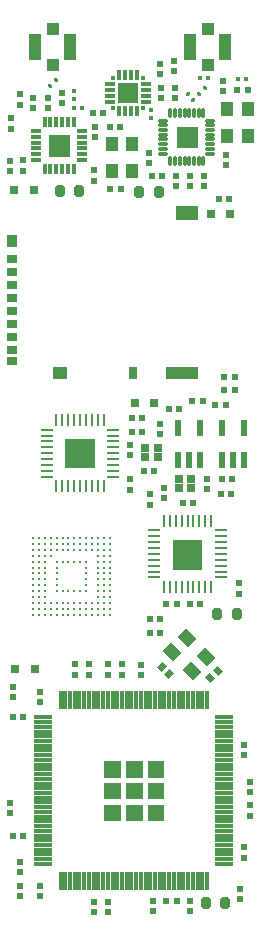
<source format=gbr>
%TF.GenerationSoftware,KiCad,Pcbnew,8.0.6*%
%TF.CreationDate,2024-11-27T08:16:23+01:00*%
%TF.ProjectId,M2SmartHome,4d32536d-6172-4744-986f-6d652e6b6963,rev?*%
%TF.SameCoordinates,Original*%
%TF.FileFunction,Paste,Top*%
%TF.FilePolarity,Positive*%
%FSLAX46Y46*%
G04 Gerber Fmt 4.6, Leading zero omitted, Abs format (unit mm)*
G04 Created by KiCad (PCBNEW 8.0.6) date 2024-11-27 08:16:23*
%MOMM*%
%LPD*%
G01*
G04 APERTURE LIST*
G04 Aperture macros list*
%AMRoundRect*
0 Rectangle with rounded corners*
0 $1 Rounding radius*
0 $2 $3 $4 $5 $6 $7 $8 $9 X,Y pos of 4 corners*
0 Add a 4 corners polygon primitive as box body*
4,1,4,$2,$3,$4,$5,$6,$7,$8,$9,$2,$3,0*
0 Add four circle primitives for the rounded corners*
1,1,$1+$1,$2,$3*
1,1,$1+$1,$4,$5*
1,1,$1+$1,$6,$7*
1,1,$1+$1,$8,$9*
0 Add four rect primitives between the rounded corners*
20,1,$1+$1,$2,$3,$4,$5,0*
20,1,$1+$1,$4,$5,$6,$7,0*
20,1,$1+$1,$6,$7,$8,$9,0*
20,1,$1+$1,$8,$9,$2,$3,0*%
%AMRotRect*
0 Rectangle, with rotation*
0 The origin of the aperture is its center*
0 $1 length*
0 $2 width*
0 $3 Rotation angle, in degrees counterclockwise*
0 Add horizontal line*
21,1,$1,$2,0,0,$3*%
G04 Aperture macros list end*
%ADD10C,0.010000*%
%ADD11RoundRect,0.079500X-0.100500X0.079500X-0.100500X-0.079500X0.100500X-0.079500X0.100500X0.079500X0*%
%ADD12RoundRect,0.079500X-0.014849X0.127279X-0.127279X0.014849X0.014849X-0.127279X0.127279X-0.014849X0*%
%ADD13RoundRect,0.079500X-0.079500X-0.100500X0.079500X-0.100500X0.079500X0.100500X-0.079500X0.100500X0*%
%ADD14C,0.240000*%
%ADD15R,0.900000X0.700000*%
%ADD16R,1.200000X1.000000*%
%ADD17R,2.800000X1.000000*%
%ADD18R,1.900000X1.300000*%
%ADD19R,0.900000X1.000000*%
%ADD20R,0.800000X1.000000*%
%ADD21R,0.260000X1.080000*%
%ADD22R,1.080000X0.260000*%
%ADD23RoundRect,0.006900X0.108100X-0.728100X0.108100X0.728100X-0.108100X0.728100X-0.108100X-0.728100X0*%
%ADD24RoundRect,0.006900X-0.728100X-0.108100X0.728100X-0.108100X0.728100X0.108100X-0.728100X0.108100X0*%
%ADD25RotRect,1.050000X1.300000X45.000000*%
%ADD26R,0.750000X0.650000*%
%ADD27R,1.050000X1.300000*%
%ADD28RoundRect,0.019800X0.090200X0.350200X-0.090200X0.350200X-0.090200X-0.350200X0.090200X-0.350200X0*%
%ADD29RoundRect,0.006600X0.363400X0.103400X-0.363400X0.103400X-0.363400X-0.103400X0.363400X-0.103400X0*%
%ADD30R,0.800000X0.800000*%
%ADD31RoundRect,0.009100X0.395900X0.120900X-0.395900X0.120900X-0.395900X-0.120900X0.395900X-0.120900X0*%
%ADD32RoundRect,0.009100X0.120900X0.395900X-0.120900X0.395900X-0.120900X-0.395900X0.120900X-0.395900X0*%
%ADD33R,1.000000X1.050000*%
%ADD34R,1.050000X2.200000*%
%ADD35R,0.560000X0.600000*%
%ADD36R,0.600000X0.560000*%
%ADD37RoundRect,0.200000X-0.200000X-0.275000X0.200000X-0.275000X0.200000X0.275000X-0.200000X0.275000X0*%
%ADD38RoundRect,0.200000X0.200000X0.275000X-0.200000X0.275000X-0.200000X-0.275000X0.200000X-0.275000X0*%
%ADD39RotRect,0.560000X0.600000X225.000000*%
%ADD40R,1.800000X1.800000*%
%ADD41R,0.300000X0.900000*%
%ADD42R,0.350000X0.350000*%
%ADD43R,0.900000X0.300000*%
%ADD44R,0.558800X1.320800*%
%ADD45RoundRect,0.079500X0.014849X-0.127279X0.127279X-0.014849X-0.014849X0.127279X-0.127279X0.014849X0*%
%ADD46RoundRect,0.079500X0.079500X0.100500X-0.079500X0.100500X-0.079500X-0.100500X0.079500X-0.100500X0*%
%ADD47RotRect,0.560000X0.600000X315.000000*%
%ADD48RoundRect,0.079500X-0.127279X-0.014849X-0.014849X-0.127279X0.127279X0.014849X0.014849X0.127279X0*%
G04 APERTURE END LIST*
D10*
%TO.C,U8*%
X88907500Y-124132750D02*
X86493690Y-124132750D01*
X86493690Y-121718940D01*
X88907500Y-121718940D01*
X88907500Y-124132750D01*
G36*
X88907500Y-124132750D02*
G01*
X86493690Y-124132750D01*
X86493690Y-121718940D01*
X88907500Y-121718940D01*
X88907500Y-124132750D01*
G37*
%TO.C,U9*%
X98020000Y-132726310D02*
X95606190Y-132726310D01*
X95606190Y-130312500D01*
X98020000Y-130312500D01*
X98020000Y-132726310D01*
G36*
X98020000Y-132726310D02*
G01*
X95606190Y-132726310D01*
X95606190Y-130312500D01*
X98020000Y-130312500D01*
X98020000Y-132726310D01*
G37*
%TO.C,U3*%
X94805000Y-154035000D02*
X93495000Y-154035000D01*
X93495000Y-152725000D01*
X94805000Y-152725000D01*
X94805000Y-154035000D01*
G36*
X94805000Y-154035000D02*
G01*
X93495000Y-154035000D01*
X93495000Y-152725000D01*
X94805000Y-152725000D01*
X94805000Y-154035000D01*
G37*
X94805000Y-152185000D02*
X93495000Y-152185000D01*
X93495000Y-150875000D01*
X94805000Y-150875000D01*
X94805000Y-152185000D01*
G36*
X94805000Y-152185000D02*
G01*
X93495000Y-152185000D01*
X93495000Y-150875000D01*
X94805000Y-150875000D01*
X94805000Y-152185000D01*
G37*
X94805000Y-150335000D02*
X93495000Y-150335000D01*
X93495000Y-149025000D01*
X94805000Y-149025000D01*
X94805000Y-150335000D01*
G36*
X94805000Y-150335000D02*
G01*
X93495000Y-150335000D01*
X93495000Y-149025000D01*
X94805000Y-149025000D01*
X94805000Y-150335000D01*
G37*
X92955000Y-154035000D02*
X91645000Y-154035000D01*
X91645000Y-152725000D01*
X92955000Y-152725000D01*
X92955000Y-154035000D01*
G36*
X92955000Y-154035000D02*
G01*
X91645000Y-154035000D01*
X91645000Y-152725000D01*
X92955000Y-152725000D01*
X92955000Y-154035000D01*
G37*
X92955000Y-152185000D02*
X91645000Y-152185000D01*
X91645000Y-150875000D01*
X92955000Y-150875000D01*
X92955000Y-152185000D01*
G36*
X92955000Y-152185000D02*
G01*
X91645000Y-152185000D01*
X91645000Y-150875000D01*
X92955000Y-150875000D01*
X92955000Y-152185000D01*
G37*
X92955000Y-150335000D02*
X91645000Y-150335000D01*
X91645000Y-149025000D01*
X92955000Y-149025000D01*
X92955000Y-150335000D01*
G36*
X92955000Y-150335000D02*
G01*
X91645000Y-150335000D01*
X91645000Y-149025000D01*
X92955000Y-149025000D01*
X92955000Y-150335000D01*
G37*
X91105000Y-154035000D02*
X89795000Y-154035000D01*
X89795000Y-152725000D01*
X91105000Y-152725000D01*
X91105000Y-154035000D01*
G36*
X91105000Y-154035000D02*
G01*
X89795000Y-154035000D01*
X89795000Y-152725000D01*
X91105000Y-152725000D01*
X91105000Y-154035000D01*
G37*
X91105000Y-152185000D02*
X89795000Y-152185000D01*
X89795000Y-150875000D01*
X91105000Y-150875000D01*
X91105000Y-152185000D01*
G36*
X91105000Y-152185000D02*
G01*
X89795000Y-152185000D01*
X89795000Y-150875000D01*
X91105000Y-150875000D01*
X91105000Y-152185000D01*
G37*
X91105000Y-150335000D02*
X89795000Y-150335000D01*
X89795000Y-149025000D01*
X91105000Y-149025000D01*
X91105000Y-150335000D01*
G36*
X91105000Y-150335000D02*
G01*
X89795000Y-150335000D01*
X89795000Y-149025000D01*
X91105000Y-149025000D01*
X91105000Y-150335000D01*
G37*
%TO.C,U7*%
X97650000Y-97042500D02*
X95950000Y-97042500D01*
X95950000Y-95342500D01*
X97650000Y-95342500D01*
X97650000Y-97042500D01*
G36*
X97650000Y-97042500D02*
G01*
X95950000Y-97042500D01*
X95950000Y-95342500D01*
X97650000Y-95342500D01*
X97650000Y-97042500D01*
G37*
%TO.C,U1*%
X86855748Y-97762500D02*
X85145000Y-97762500D01*
X85145000Y-96051752D01*
X86855748Y-96051752D01*
X86855748Y-97762500D01*
G36*
X86855748Y-97762500D02*
G01*
X85145000Y-97762500D01*
X85145000Y-96051752D01*
X86855748Y-96051752D01*
X86855748Y-97762500D01*
G37*
%TD*%
D11*
%TO.C,L4*%
X87250000Y-92945000D03*
X87250000Y-92255000D03*
%TD*%
D12*
%TO.C,L3*%
X97856048Y-92543952D03*
X98343952Y-92056048D03*
%TD*%
D11*
%TO.C,L2*%
X93800000Y-94550000D03*
X93800000Y-93860000D03*
%TD*%
D13*
%TO.C,L1*%
X101792500Y-91250000D03*
X101102500Y-91250000D03*
%TD*%
D14*
%TO.C,U2*%
X90267500Y-136637500D03*
X89767500Y-136637500D03*
X89267500Y-136637500D03*
X88767500Y-136637500D03*
X88267500Y-136637500D03*
X87767500Y-136637500D03*
X87267500Y-136637500D03*
X86767500Y-136637500D03*
X86267500Y-136637500D03*
X85767500Y-136637500D03*
X85267500Y-136637500D03*
X84767500Y-136637500D03*
X84267500Y-136637500D03*
X83767500Y-136637500D03*
X90267500Y-136137500D03*
X89767500Y-136137500D03*
X89267500Y-136137500D03*
X88767500Y-136137500D03*
X88267500Y-136137500D03*
X87767500Y-136137500D03*
X87267500Y-136137500D03*
X86767500Y-136137500D03*
X86267500Y-136137500D03*
X85767500Y-136137500D03*
X85267500Y-136137500D03*
X84767500Y-136137500D03*
X84267500Y-136137500D03*
X83767500Y-136137500D03*
X90267500Y-135637500D03*
X89767500Y-135637500D03*
X89267500Y-135637500D03*
X88767500Y-135637500D03*
X88267500Y-135637500D03*
X87767500Y-135637500D03*
X87267500Y-135637500D03*
X86767500Y-135637500D03*
X86267500Y-135637500D03*
X85767500Y-135637500D03*
X85267500Y-135637500D03*
X84767500Y-135637500D03*
X84267500Y-135637500D03*
X83767500Y-135637500D03*
X90267500Y-135137500D03*
X89767500Y-135137500D03*
X89267500Y-135137500D03*
X84767500Y-135137500D03*
X84267500Y-135137500D03*
X83767500Y-135137500D03*
X90267500Y-134637500D03*
X89767500Y-134637500D03*
X89267500Y-134637500D03*
X88267500Y-134637500D03*
X87767500Y-134637500D03*
X87267500Y-134637500D03*
X86767500Y-134637500D03*
X86267500Y-134637500D03*
X85767500Y-134637500D03*
X84767500Y-134637500D03*
X84267500Y-134637500D03*
X83767500Y-134637500D03*
X90267500Y-134137500D03*
X89767500Y-134137500D03*
X89267500Y-134137500D03*
X88267500Y-134137500D03*
X85767500Y-134137500D03*
X84767500Y-134137500D03*
X84267500Y-134137500D03*
X83767500Y-134137500D03*
X90267500Y-133637500D03*
X89767500Y-133637500D03*
X89267500Y-133637500D03*
X88267500Y-133637500D03*
X85767500Y-133637500D03*
X84767500Y-133637500D03*
X84267500Y-133637500D03*
X83767500Y-133637500D03*
X90267500Y-133137500D03*
X89767500Y-133137500D03*
X89267500Y-133137500D03*
X88267500Y-133137500D03*
X85767500Y-133137500D03*
X84767500Y-133137500D03*
X84267500Y-133137500D03*
X83767500Y-133137500D03*
X90267500Y-132637500D03*
X89767500Y-132637500D03*
X89267500Y-132637500D03*
X88267500Y-132637500D03*
X85767500Y-132637500D03*
X84767500Y-132637500D03*
X84267500Y-132637500D03*
X83767500Y-132637500D03*
X90267500Y-132137500D03*
X89767500Y-132137500D03*
X89267500Y-132137500D03*
X88267500Y-132137500D03*
X87767500Y-132137500D03*
X87267500Y-132137500D03*
X86767500Y-132137500D03*
X86267500Y-132137500D03*
X85767500Y-132137500D03*
X84767500Y-132137500D03*
X84267500Y-132137500D03*
X83767500Y-132137500D03*
X90267500Y-131637500D03*
X89767500Y-131637500D03*
X89267500Y-131637500D03*
X85267500Y-131637500D03*
X84767500Y-131637500D03*
X84267500Y-131637500D03*
X83767500Y-131637500D03*
X90267500Y-131137500D03*
X89767500Y-131137500D03*
X89267500Y-131137500D03*
X88767500Y-131137500D03*
X88267500Y-131137500D03*
X87767500Y-131137500D03*
X87267500Y-131137500D03*
X86767500Y-131137500D03*
X86267500Y-131137500D03*
X85767500Y-131137500D03*
X85267500Y-131137500D03*
X84767500Y-131137500D03*
X84267500Y-131137500D03*
X83767500Y-131137500D03*
X90267500Y-130637500D03*
X89767500Y-130637500D03*
X89267500Y-130637500D03*
X88767500Y-130637500D03*
X88267500Y-130637500D03*
X87767500Y-130637500D03*
X87267500Y-130637500D03*
X86767500Y-130637500D03*
X86267500Y-130637500D03*
X85767500Y-130637500D03*
X85267500Y-130637500D03*
X84767500Y-130637500D03*
X84267500Y-130637500D03*
X83767500Y-130637500D03*
X90267500Y-130137500D03*
X89767500Y-130137500D03*
X89267500Y-130137500D03*
X88767500Y-130137500D03*
X88267500Y-130137500D03*
X87767500Y-130137500D03*
X87267500Y-130137500D03*
X86767500Y-130137500D03*
X86267500Y-130137500D03*
X85767500Y-130137500D03*
X85267500Y-130137500D03*
X84767500Y-130137500D03*
X84267500Y-130137500D03*
X83767500Y-130137500D03*
%TD*%
D15*
%TO.C,J5*%
X82025000Y-106532500D03*
X82025000Y-107632500D03*
X82025000Y-108732500D03*
X82025000Y-109832500D03*
X82025000Y-110932500D03*
X82025000Y-112032500D03*
X82025000Y-113132500D03*
X82025000Y-114232500D03*
D16*
X86025000Y-116132500D03*
D17*
X96375000Y-116132500D03*
D18*
X96825000Y-102632500D03*
D19*
X82025000Y-104982500D03*
D20*
X92225000Y-116132500D03*
D15*
X82025000Y-115182500D03*
%TD*%
D21*
%TO.C,U8*%
X89737500Y-120147750D03*
X89237500Y-120147750D03*
X88737500Y-120147750D03*
X88237500Y-120147750D03*
X87737500Y-120147750D03*
X87237500Y-120147750D03*
X86737500Y-120147750D03*
X86237500Y-120147750D03*
X85737500Y-120147750D03*
D22*
X84922500Y-120962750D03*
X84922500Y-121462750D03*
X84922500Y-121962750D03*
X84922500Y-122462750D03*
X84922500Y-122962750D03*
X84922500Y-123462750D03*
X84922500Y-123962750D03*
X84922500Y-124462750D03*
X84922500Y-124962750D03*
D21*
X85737500Y-125777750D03*
X86237500Y-125777750D03*
X86737500Y-125777750D03*
X87237500Y-125777750D03*
X87737500Y-125777750D03*
X88237500Y-125777750D03*
X88737500Y-125777750D03*
X89237500Y-125777750D03*
X89737500Y-125777750D03*
D22*
X90552500Y-124962750D03*
X90552500Y-124462750D03*
X90552500Y-123962750D03*
X90552500Y-123462750D03*
X90552500Y-122962750D03*
X90552500Y-122462750D03*
X90552500Y-121962750D03*
X90552500Y-121462750D03*
X90552500Y-120962750D03*
%TD*%
%TO.C,U9*%
X94035000Y-129482500D03*
X94035000Y-129982500D03*
X94035000Y-130482500D03*
X94035000Y-130982500D03*
X94035000Y-131482500D03*
X94035000Y-131982500D03*
X94035000Y-132482500D03*
X94035000Y-132982500D03*
X94035000Y-133482500D03*
D21*
X94850000Y-134297500D03*
X95350000Y-134297500D03*
X95850000Y-134297500D03*
X96350000Y-134297500D03*
X96850000Y-134297500D03*
X97350000Y-134297500D03*
X97850000Y-134297500D03*
X98350000Y-134297500D03*
X98850000Y-134297500D03*
D22*
X99665000Y-133482500D03*
X99665000Y-132982500D03*
X99665000Y-132482500D03*
X99665000Y-131982500D03*
X99665000Y-131482500D03*
X99665000Y-130982500D03*
X99665000Y-130482500D03*
X99665000Y-129982500D03*
X99665000Y-129482500D03*
D21*
X98850000Y-128667500D03*
X98350000Y-128667500D03*
X97850000Y-128667500D03*
X97350000Y-128667500D03*
X96850000Y-128667500D03*
X96350000Y-128667500D03*
X95850000Y-128667500D03*
X95350000Y-128667500D03*
X94850000Y-128667500D03*
%TD*%
D23*
%TO.C,U3*%
X86100000Y-143860000D03*
X86500000Y-143860000D03*
X86900000Y-143860000D03*
X87300000Y-143860000D03*
X87700000Y-143860000D03*
X88100000Y-143860000D03*
X88500000Y-143860000D03*
X88900000Y-143860000D03*
X89300000Y-143860000D03*
X89700000Y-143860000D03*
X90100000Y-143860000D03*
X90500000Y-143860000D03*
X90900000Y-143860000D03*
X91300000Y-143860000D03*
X91700000Y-143860000D03*
X92100000Y-143860000D03*
X92500000Y-143860000D03*
X92900000Y-143860000D03*
X93300000Y-143860000D03*
X93700000Y-143860000D03*
X94100000Y-143860000D03*
X94500000Y-143860000D03*
X94900000Y-143860000D03*
X95300000Y-143860000D03*
X95700000Y-143860000D03*
X96100000Y-143860000D03*
X96500000Y-143860000D03*
X96900000Y-143860000D03*
X97300000Y-143860000D03*
X97700000Y-143860000D03*
X98100000Y-143860000D03*
X98500000Y-143860000D03*
D24*
X99970000Y-145330000D03*
X99970000Y-145730000D03*
X99970000Y-146130000D03*
X99970000Y-146530000D03*
X99970000Y-146930000D03*
X99970000Y-147330000D03*
X99970000Y-147730000D03*
X99970000Y-148130000D03*
X99970000Y-148530000D03*
X99970000Y-148930000D03*
X99970000Y-149330000D03*
X99970000Y-149730000D03*
X99970000Y-150130000D03*
X99970000Y-150530000D03*
X99970000Y-150930000D03*
X99970000Y-151330000D03*
X99970000Y-151730000D03*
X99970000Y-152130000D03*
X99970000Y-152530000D03*
X99970000Y-152930000D03*
X99970000Y-153330000D03*
X99970000Y-153730000D03*
X99970000Y-154130000D03*
X99970000Y-154530000D03*
X99970000Y-154930000D03*
X99970000Y-155330000D03*
X99970000Y-155730000D03*
X99970000Y-156130000D03*
X99970000Y-156530000D03*
X99970000Y-156930000D03*
X99970000Y-157330000D03*
X99970000Y-157730000D03*
D23*
X98500000Y-159200000D03*
X98100000Y-159200000D03*
X97700000Y-159200000D03*
X97300000Y-159200000D03*
X96900000Y-159200000D03*
X96500000Y-159200000D03*
X96100000Y-159200000D03*
X95700000Y-159200000D03*
X95300000Y-159200000D03*
X94900000Y-159200000D03*
X94500000Y-159200000D03*
X94100000Y-159200000D03*
X93700000Y-159200000D03*
X93300000Y-159200000D03*
X92900000Y-159200000D03*
X92500000Y-159200000D03*
X92100000Y-159200000D03*
X91700000Y-159200000D03*
X91300000Y-159200000D03*
X90900000Y-159200000D03*
X90500000Y-159200000D03*
X90100000Y-159200000D03*
X89700000Y-159200000D03*
X89300000Y-159200000D03*
X88900000Y-159200000D03*
X88500000Y-159200000D03*
X88100000Y-159200000D03*
X87700000Y-159200000D03*
X87300000Y-159200000D03*
X86900000Y-159200000D03*
X86500000Y-159200000D03*
X86100000Y-159200000D03*
D24*
X84630000Y-157730000D03*
X84630000Y-157330000D03*
X84630000Y-156930000D03*
X84630000Y-156530000D03*
X84630000Y-156130000D03*
X84630000Y-155730000D03*
X84630000Y-155330000D03*
X84630000Y-154930000D03*
X84630000Y-154530000D03*
X84630000Y-154130000D03*
X84630000Y-153730000D03*
X84630000Y-153330000D03*
X84630000Y-152930000D03*
X84630000Y-152530000D03*
X84630000Y-152130000D03*
X84630000Y-151730000D03*
X84630000Y-151330000D03*
X84630000Y-150930000D03*
X84630000Y-150530000D03*
X84630000Y-150130000D03*
X84630000Y-149730000D03*
X84630000Y-149330000D03*
X84630000Y-148930000D03*
X84630000Y-148530000D03*
X84630000Y-148130000D03*
X84630000Y-147730000D03*
X84630000Y-147330000D03*
X84630000Y-146930000D03*
X84630000Y-146530000D03*
X84630000Y-146130000D03*
X84630000Y-145730000D03*
X84630000Y-145330000D03*
%TD*%
D25*
%TO.C,Y1*%
X95568109Y-139805546D03*
X97194454Y-141431891D03*
X98431891Y-140194454D03*
X96805546Y-138568109D03*
%TD*%
D26*
%TO.C,Y3*%
X97155000Y-125147500D03*
X96105000Y-125147500D03*
X96105000Y-125897500D03*
X97155000Y-125897500D03*
%TD*%
%TO.C,Y2*%
X93275000Y-123282500D03*
X94325000Y-123282500D03*
X94325000Y-122532500D03*
X93275000Y-122532500D03*
%TD*%
D27*
%TO.C,Y4*%
X101975000Y-96100000D03*
X101975000Y-93800000D03*
X100225000Y-93800000D03*
X100225000Y-96100000D03*
%TD*%
D28*
%TO.C,U7*%
X98200000Y-98187500D03*
X97800000Y-98187500D03*
X97400000Y-98187500D03*
X97000000Y-98187500D03*
X96600000Y-98187500D03*
X96200000Y-98187500D03*
X95800000Y-98187500D03*
X95400000Y-98187500D03*
D29*
X94805000Y-97592500D03*
X94805000Y-97192500D03*
X94805000Y-96792500D03*
X94805000Y-96392500D03*
X94805000Y-95992500D03*
X94805000Y-95592500D03*
X94805000Y-95192500D03*
X94805000Y-94792500D03*
D28*
X95400000Y-94197500D03*
X95800000Y-94197500D03*
X96200000Y-94197500D03*
X96600000Y-94197500D03*
X97000000Y-94197500D03*
X97400000Y-94197500D03*
X97800000Y-94197500D03*
X98200000Y-94197500D03*
D29*
X98795000Y-94792500D03*
X98795000Y-95192500D03*
X98795000Y-95592500D03*
X98795000Y-95992500D03*
X98795000Y-96392500D03*
X98795000Y-96792500D03*
X98795000Y-97192500D03*
X98795000Y-97592500D03*
%TD*%
D27*
%TO.C,Y5*%
X90425000Y-96800000D03*
X90425000Y-99100000D03*
X92175000Y-99100000D03*
X92175000Y-96800000D03*
%TD*%
D30*
%TO.C,D3*%
X100475000Y-102700000D03*
X98825000Y-102700000D03*
%TD*%
%TO.C,D2*%
X82275000Y-141200000D03*
X83925000Y-141200000D03*
%TD*%
%TO.C,D1*%
X94025000Y-118707500D03*
X92375000Y-118707500D03*
%TD*%
%TO.C,D4*%
X83850000Y-100707500D03*
X82200000Y-100707500D03*
%TD*%
D31*
%TO.C,U1*%
X87955000Y-98157500D03*
X87955000Y-97657500D03*
X87955000Y-97157500D03*
X87955000Y-96657500D03*
X87955000Y-96157500D03*
X87955000Y-95657500D03*
D32*
X87250000Y-94952500D03*
X86750000Y-94952500D03*
X86250000Y-94952500D03*
X85750000Y-94952500D03*
X85250000Y-94952500D03*
X84750000Y-94952500D03*
D31*
X84045000Y-95657500D03*
X84045000Y-96157500D03*
X84045000Y-96657500D03*
X84045000Y-97157500D03*
X84045000Y-97657500D03*
X84045000Y-98157500D03*
D32*
X84750000Y-98862500D03*
X85250000Y-98862500D03*
X85750000Y-98862500D03*
X86250000Y-98862500D03*
X86750000Y-98862500D03*
X87250000Y-98862500D03*
%TD*%
D33*
%TO.C,J3*%
X98550000Y-90075000D03*
D34*
X100025000Y-88550000D03*
D33*
X98550000Y-87025000D03*
D34*
X97075000Y-88550000D03*
%TD*%
D33*
%TO.C,J4*%
X85450000Y-90075000D03*
D34*
X86925000Y-88550000D03*
D33*
X85450000Y-87025000D03*
D34*
X83975000Y-88550000D03*
%TD*%
D35*
%TO.C,C49*%
X101935000Y-92250000D03*
X101065000Y-92250000D03*
%TD*%
D36*
%TO.C,C46*%
X98247500Y-100334999D03*
X98247500Y-99465001D03*
%TD*%
%TO.C,R49*%
X81800000Y-153442499D03*
X81800000Y-152572501D03*
%TD*%
%TO.C,R10*%
X92000000Y-125172501D03*
X92000000Y-126042499D03*
%TD*%
%TO.C,R69*%
X101300000Y-159872501D03*
X101300000Y-160742499D03*
%TD*%
%TO.C,C37*%
X101200000Y-134842499D03*
X101200000Y-133972501D03*
%TD*%
%TO.C,C57*%
X83800000Y-92872500D03*
X83800000Y-93742500D03*
%TD*%
%TO.C,R41*%
X81920000Y-95472499D03*
X81920000Y-94602501D03*
%TD*%
D35*
%TO.C,C31*%
X97920000Y-135750000D03*
X97050000Y-135750000D03*
%TD*%
D36*
%TO.C,C25*%
X94900000Y-125865000D03*
X94900000Y-126735000D03*
%TD*%
D37*
%TO.C,FB5*%
X99375000Y-136607500D03*
X101025000Y-136607500D03*
%TD*%
D36*
%TO.C,C77*%
X89050000Y-95315001D03*
X89050000Y-96184999D03*
%TD*%
D38*
%TO.C,FB6*%
X94425000Y-100850000D03*
X92775000Y-100850000D03*
%TD*%
D36*
%TO.C,C78*%
X82900000Y-99042500D03*
X82900000Y-98172500D03*
%TD*%
D38*
%TO.C,FB8*%
X87675000Y-100757500D03*
X86025000Y-100757500D03*
%TD*%
D35*
%TO.C,C42*%
X94682499Y-99500000D03*
X93812501Y-99500000D03*
%TD*%
D36*
%TO.C,R40*%
X100100000Y-97715001D03*
X100100000Y-98584999D03*
%TD*%
D35*
%TO.C,C68*%
X91135000Y-95350000D03*
X90265000Y-95350000D03*
%TD*%
D36*
%TO.C,C20*%
X98500000Y-126017500D03*
X98500000Y-125147500D03*
%TD*%
D35*
%TO.C,R9*%
X96134999Y-119200000D03*
X95265001Y-119200000D03*
%TD*%
D37*
%TO.C,FB9*%
X98375000Y-161007500D03*
X100025000Y-161007500D03*
%TD*%
D36*
%TO.C,C75*%
X81800000Y-99057500D03*
X81800000Y-98187500D03*
%TD*%
D39*
%TO.C,C2*%
X99407591Y-141399909D03*
X98792409Y-142015091D03*
%TD*%
D40*
%TO.C,U5*%
X91800000Y-92450000D03*
D41*
X91050000Y-90900000D03*
X91550000Y-90900000D03*
X92050000Y-90900000D03*
X92550000Y-90900000D03*
D42*
X93050000Y-91200000D03*
D43*
X93350000Y-91700000D03*
X93350000Y-92200000D03*
X93350000Y-92700000D03*
X93350000Y-93200000D03*
D42*
X93050000Y-93700000D03*
D41*
X92550000Y-94000000D03*
X92050000Y-94000000D03*
X91550000Y-94000000D03*
X91050000Y-94000000D03*
D42*
X90550000Y-93700000D03*
D43*
X90250000Y-93200000D03*
X90250000Y-92700000D03*
X90250000Y-92200000D03*
X90250000Y-91700000D03*
D42*
X90550000Y-91200000D03*
%TD*%
D36*
%TO.C,R57*%
X87320000Y-141717500D03*
X87320000Y-140847500D03*
%TD*%
%TO.C,C56*%
X88950000Y-99892499D03*
X88950000Y-99022501D03*
%TD*%
%TO.C,R67*%
X84400000Y-159572500D03*
X84400000Y-160442500D03*
%TD*%
D35*
%TO.C,R35*%
X97335000Y-127182500D03*
X96465000Y-127182500D03*
%TD*%
D36*
%TO.C,R68*%
X97100000Y-160872501D03*
X97100000Y-161742499D03*
%TD*%
%TO.C,C4*%
X94500000Y-120472501D03*
X94500000Y-121342499D03*
%TD*%
D35*
%TO.C,R50*%
X82075001Y-145330000D03*
X82944999Y-145330000D03*
%TD*%
D36*
%TO.C,C58*%
X85000000Y-92872500D03*
X85000000Y-93742500D03*
%TD*%
%TO.C,C64*%
X101600000Y-148542499D03*
X101600000Y-147672501D03*
%TD*%
D35*
%TO.C,C5*%
X97265001Y-118557500D03*
X98134999Y-118557500D03*
%TD*%
D36*
%TO.C,R62*%
X91280000Y-141717500D03*
X91280000Y-140847500D03*
%TD*%
D44*
%TO.C,U6*%
X99760200Y-123529100D03*
X100700000Y-123529100D03*
X101639800Y-123529100D03*
X101639800Y-120785900D03*
X99760200Y-120785900D03*
%TD*%
D36*
%TO.C,C65*%
X102100000Y-151642500D03*
X102100000Y-150772500D03*
%TD*%
%TO.C,R3*%
X82700000Y-158442499D03*
X82700000Y-157572501D03*
%TD*%
%TO.C,C50*%
X94600000Y-92015000D03*
X94600000Y-92885000D03*
%TD*%
%TO.C,R61*%
X88480000Y-141717500D03*
X88480000Y-140847500D03*
%TD*%
D35*
%TO.C,R26*%
X99665000Y-126382500D03*
X100535000Y-126382500D03*
%TD*%
%TO.C,C24*%
X99215001Y-118907500D03*
X100084999Y-118907500D03*
%TD*%
%TO.C,R23*%
X99765000Y-125182500D03*
X100635000Y-125182500D03*
%TD*%
D45*
%TO.C,C59*%
X85693952Y-91356048D03*
X85206048Y-91843952D03*
%TD*%
D36*
%TO.C,R28*%
X82100000Y-143642499D03*
X82100000Y-142772501D03*
%TD*%
D35*
%TO.C,R1*%
X82065000Y-155407500D03*
X82935000Y-155407500D03*
%TD*%
D36*
%TO.C,C43*%
X95847500Y-100334999D03*
X95847500Y-99465001D03*
%TD*%
D35*
%TO.C,R63*%
X94534999Y-137000000D03*
X93665001Y-137000000D03*
%TD*%
D36*
%TO.C,C51*%
X99850000Y-91415001D03*
X99850000Y-92284999D03*
%TD*%
%TO.C,R8*%
X92000000Y-123142500D03*
X92000000Y-122272500D03*
%TD*%
%TO.C,R36*%
X93700000Y-126447501D03*
X93700000Y-127317499D03*
%TD*%
D44*
%TO.C,U4*%
X96010200Y-123529100D03*
X96950000Y-123529100D03*
X97889800Y-123529100D03*
X97889800Y-120785900D03*
X96010200Y-120785900D03*
%TD*%
D36*
%TO.C,C44*%
X93600000Y-97515001D03*
X93600000Y-98384999D03*
%TD*%
%TO.C,C55*%
X82630000Y-92582501D03*
X82630000Y-93452499D03*
%TD*%
%TO.C,C81*%
X92900000Y-140872501D03*
X92900000Y-141742499D03*
%TD*%
%TO.C,C63*%
X101675000Y-156322500D03*
X101675000Y-157192500D03*
%TD*%
D35*
%TO.C,C67*%
X90315000Y-100600000D03*
X91185000Y-100600000D03*
%TD*%
%TO.C,R27*%
X99515001Y-101400000D03*
X100384999Y-101400000D03*
%TD*%
D36*
%TO.C,C80*%
X90100000Y-160965000D03*
X90100000Y-161835000D03*
%TD*%
%TO.C,C66*%
X93900000Y-161742499D03*
X93900000Y-160872501D03*
%TD*%
%TO.C,C76*%
X86200000Y-92472501D03*
X86200000Y-93342499D03*
%TD*%
%TO.C,R51*%
X102100000Y-152772501D03*
X102100000Y-153642499D03*
%TD*%
D46*
%TO.C,C60*%
X87255000Y-93700000D03*
X87945000Y-93700000D03*
%TD*%
D47*
%TO.C,C1*%
X94692409Y-141042409D03*
X95307591Y-141657591D03*
%TD*%
D35*
%TO.C,C10*%
X94034999Y-124507500D03*
X93165001Y-124507500D03*
%TD*%
%TO.C,C9*%
X93034999Y-121150000D03*
X92165001Y-121150000D03*
%TD*%
D36*
%TO.C,C52*%
X95800000Y-92015000D03*
X95800000Y-92885000D03*
%TD*%
%TO.C,C45*%
X97047500Y-100334999D03*
X97047500Y-99465001D03*
%TD*%
%TO.C,R48*%
X84400000Y-143165000D03*
X84400000Y-144035000D03*
%TD*%
D35*
%TO.C,R7*%
X93034999Y-120007500D03*
X92165001Y-120007500D03*
%TD*%
D36*
%TO.C,R73*%
X94500000Y-90015001D03*
X94500000Y-90884999D03*
%TD*%
D35*
%TO.C,C41*%
X88865001Y-94150000D03*
X89734999Y-94150000D03*
%TD*%
D48*
%TO.C,C54*%
X97343952Y-93043952D03*
X96856048Y-92556048D03*
%TD*%
D36*
%TO.C,R70*%
X82700000Y-159572500D03*
X82700000Y-160442500D03*
%TD*%
D35*
%TO.C,R44*%
X95065001Y-160907500D03*
X95934999Y-160907500D03*
%TD*%
D36*
%TO.C,R30*%
X95700000Y-90634999D03*
X95700000Y-89765001D03*
%TD*%
D35*
%TO.C,R59*%
X94534999Y-138150000D03*
X93665001Y-138150000D03*
%TD*%
%TO.C,R64*%
X100830000Y-116467500D03*
X99960000Y-116467500D03*
%TD*%
%TO.C,R60*%
X100835000Y-117607500D03*
X99965000Y-117607500D03*
%TD*%
D36*
%TO.C,R58*%
X90120000Y-141717500D03*
X90120000Y-140847500D03*
%TD*%
D35*
%TO.C,C33*%
X95050000Y-135750000D03*
X95920000Y-135750000D03*
%TD*%
D13*
%TO.C,C53*%
X98595000Y-91200000D03*
X97905000Y-91200000D03*
%TD*%
D36*
%TO.C,C79*%
X88900000Y-160965000D03*
X88900000Y-161835000D03*
%TD*%
M02*

</source>
